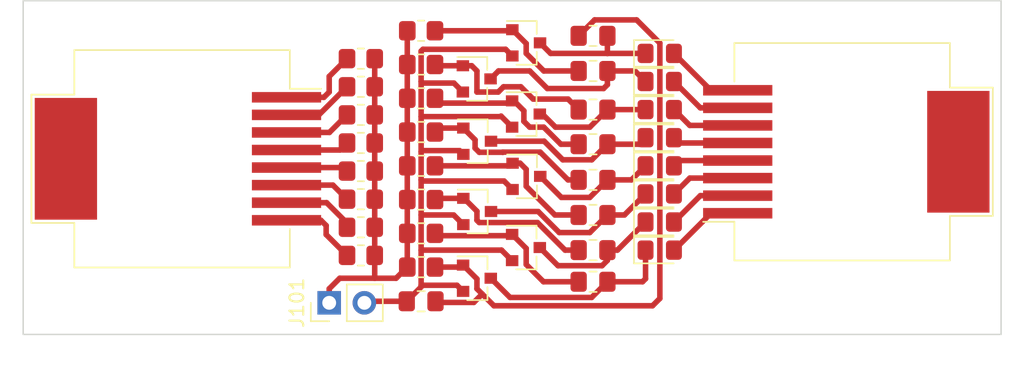
<source format=kicad_pcb>
(kicad_pcb (version 20221018) (generator pcbnew)
  (layers (0 "F.Cu" signal) (31 "B.Cu" signal) (34 "B.Paste" user) (35 "F.Paste" user) (36 "B.SilkS" user "B.Silkscreen") (37 "F.SilkS" user "F.Silkscreen") (38 "B.Mask" user) (39 "F.Mask" user) (44 "Edge.Cuts" user))
  (net 0 "")
  (net 1 "/transistor-Stufe/Stufeneingang")
  (net 2 "GND")
  (net 3 "Net-(D201-K)")
  (net 4 "/transistor-Stufe/Stufenausgang")
  (net 5 "Net-(D301-K)")
  (net 6 "/transistor-Stufe1/Stufenausgang")
  (net 7 "Net-(D401-K)")
  (net 8 "/transistor-Stufe2/Stufenausgang")
  (net 9 "Net-(D501-K)")
  (net 10 "/transistor-Stufe3/Stufenausgang")
  (net 11 "Net-(D601-K)")
  (net 12 "/transistor-Stufe4/Stufenausgang")
  (net 13 "Net-(D701-K)")
  (net 14 "/transistor-Stufe5/Stufenausgang")
  (net 15 "Net-(D801-K)")
  (net 16 "/transistor-Stufe6/Stufenausgang")
  (net 17 "Net-(D901-K)")
  (net 18 "/transistor-Stufe/Conn-2")
  (net 19 "/transistor-Stufe1/Conn-2")
  (net 20 "/transistor-Stufe2/Conn-2")
  (net 21 "/transistor-Stufe3/Conn-2")
  (net 22 "/transistor-Stufe4/Conn-2")
  (net 23 "/transistor-Stufe5/Conn-2")
  (net 24 "/transistor-Stufe6/Conn-2")
  (net 25 "/transistor-Stufe7/Conn-2")
  (net 26 "VCC")
  (net 27 "/transistor-Stufe/Conn-1")
  (net 28 "/transistor-Stufe1/Conn-1")
  (net 29 "/transistor-Stufe2/Conn-1")
  (net 30 "/transistor-Stufe3/Conn-1")
  (net 31 "/transistor-Stufe4/Conn-1")
  (net 32 "/transistor-Stufe5/Conn-1")
  (net 33 "/transistor-Stufe6/Conn-1")
  (net 34 "/transistor-Stufe7/Conn-1")
  (footprint "Capacitor_SMD:C_0805_2012Metric_Pad1.18x1.45mm_HandSolder" (layer "F.Cu") (at 161.544 66.04 180)
    (fp_text reference "C401" hide)
    (fp_text value "C")
    (pad "1" smd roundrect (at -1.0375 0 180) (size 1.175 1.45) (layers "F.Cu" "F.Paste" "F.Mask") (roundrect_rratio 0.212766) (net 7 "Net-(D401-K)"))
    (pad "2" smd roundrect (at 1.0375 0 180) (size 1.175 1.45) (layers "F.Cu" "F.Paste" "F.Mask") (roundrect_rratio 0.212766) (net 8 "/transistor-Stufe2/Stufenausgang"))
  )
  (footprint "LED_SMD:LED_0805_2012Metric_Pad1.15x1.40mm_HandSolder" (layer "F.Cu") (at 166.361 62.484)
    (fp_text reference "D501" hide)
    (fp_text value "LED")
    (pad "1" smd roundrect (at -1.025 0) (size 1.15 1.4) (layers "F.Cu" "F.Paste" "F.Mask") (roundrect_rratio 0.217391) (net 9 "Net-(D501-K)"))
    (pad "2" smd roundrect (at 1.025 0) (size 1.15 1.4) (layers "F.Cu" "F.Paste" "F.Mask") (roundrect_rratio 0.217391) (net 21 "/transistor-Stufe3/Conn-2"))
  )
  (footprint "PCM_4ms_Package_SOT:SOT-23" (layer "F.Cu") (at 153.178 65.786)
    (fp_text reference "Q401" hide)
    (fp_text value "BC846" hide)
    (pad "1" smd rect (at -1 -0.95) (size 0.9 0.8) (layers "F.Cu" "F.Paste" "F.Mask") (net 6 "/transistor-Stufe1/Stufenausgang"))
    (pad "2" smd rect (at -1 0.95) (size 0.9 0.8) (layers "F.Cu" "F.Paste" "F.Mask") (net 2 "GND"))
    (pad "3" smd rect (at 1 0) (size 0.9 0.8) (layers "F.Cu" "F.Paste" "F.Mask") (net 7 "Net-(D401-K)"))
  )
  (footprint "PCM_4ms_Package_SOT:SOT-23" (layer "F.Cu") (at 153.162 70.612)
    (fp_text reference "Q201" hide)
    (fp_text value "BC846")
    (pad "1" smd rect (at -1 -0.95) (size 0.9 0.8) (layers "F.Cu" "F.Paste" "F.Mask") (net 1 "/transistor-Stufe/Stufeneingang"))
    (pad "2" smd rect (at -1 0.95) (size 0.9 0.8) (layers "F.Cu" "F.Paste" "F.Mask") (net 2 "GND"))
    (pad "3" smd rect (at 1 0) (size 0.9 0.8) (layers "F.Cu" "F.Paste" "F.Mask") (net 3 "Net-(D201-K)"))
  )
  (footprint "Resistor_SMD:R_0805_2012Metric_Pad1.20x1.40mm_HandSolder" (layer "F.Cu") (at 144.78 64.897 180)
    (fp_text reference "R702" hide)
    (fp_text value "R")
    (pad "1" smd roundrect (at -1 0 180) (size 1.2 1.4) (layers "F.Cu" "F.Paste" "F.Mask") (roundrect_rratio 0.208333) (net 26 "VCC"))
    (pad "2" smd roundrect (at 1 0 180) (size 1.2 1.4) (layers "F.Cu" "F.Paste" "F.Mask") (roundrect_rratio 0.208333) (net 32 "/transistor-Stufe5/Conn-1"))
  )
  (footprint "PCM_4ms_Package_SOT:SOT-23" (layer "F.Cu") (at 156.734 63.246)
    (fp_text reference "Q501" hide)
    (fp_text value "BC846")
    (pad "1" smd rect (at -1 -0.95) (size 0.9 0.8) (layers "F.Cu" "F.Paste" "F.Mask") (net 8 "/transistor-Stufe2/Stufenausgang"))
    (pad "2" smd rect (at -1 0.95) (size 0.9 0.8) (layers "F.Cu" "F.Paste" "F.Mask") (net 2 "GND"))
    (pad "3" smd rect (at 1 0) (size 0.9 0.8) (layers "F.Cu" "F.Paste" "F.Mask") (net 9 "Net-(D501-K)"))
  )
  (footprint "Connector_PinHeader_2.54mm:PinHeader_1x02_P2.54mm_Vertical" (layer "F.Cu") (at 142.494 72.39 90)
    (fp_text reference "J101" (at 0 -2.33 90) (layer "F.SilkS"))
    (fp_text value "Conn_01x02_Pin")
    (pad "1" thru_hole rect (at 0 0 90) (size 1.7 1.7) (drill 1) (layers "*.Cu" "*.Mask") (net 26 "VCC"))
    (pad "2" thru_hole oval (at 0 2.54 90) (size 1.7 1.7) (drill 1) (layers "*.Cu" "*.Mask") (net 2 "GND"))
  )
  (footprint "LED_SMD:LED_0805_2012Metric_Pad1.15x1.40mm_HandSolder" (layer "F.Cu") (at 166.361 54.356)
    (fp_text reference "D901" hide)
    (fp_text value "LED")
    (pad "1" smd roundrect (at -1.025 0) (size 1.15 1.4) (layers "F.Cu" "F.Paste" "F.Mask") (roundrect_rratio 0.217391) (net 17 "Net-(D901-K)"))
    (pad "2" smd roundrect (at 1.025 0) (size 1.15 1.4) (layers "F.Cu" "F.Paste" "F.Mask") (roundrect_rratio 0.217391) (net 25 "/transistor-Stufe7/Conn-2"))
  )
  (footprint "Capacitor_SMD:C_0805_2012Metric_Pad1.18x1.45mm_HandSolder" (layer "F.Cu") (at 149.132 72.278 180)
    (fp_text reference "C101" hide)
    (fp_text value "C")
    (pad "1" smd roundrect (at -1.0375 0 180) (size 1.175 1.45) (layers "F.Cu" "F.Paste" "F.Mask") (roundrect_rratio 0.212766) (net 1 "/transistor-Stufe/Stufeneingang"))
    (pad "2" smd roundrect (at 1.0375 0 180) (size 1.175 1.45) (layers "F.Cu" "F.Paste" "F.Mask") (roundrect_rratio 0.212766) (net 2 "GND"))
  )
  (footprint "Resistor_SMD:R_0805_2012Metric_Pad1.20x1.40mm_HandSolder" (layer "F.Cu") (at 149.132 52.72)
    (fp_text reference "R901" hide)
    (fp_text value "R")
    (pad "1" smd roundrect (at -1 0) (size 1.2 1.4) (layers "F.Cu" "F.Paste" "F.Mask") (roundrect_rratio 0.208333) (net 26 "VCC"))
    (pad "2" smd roundrect (at 1 0) (size 1.2 1.4) (layers "F.Cu" "F.Paste" "F.Mask") (roundrect_rratio 0.208333) (net 16 "/transistor-Stufe6/Stufenausgang"))
  )
  (footprint "LED_SMD:LED_0805_2012Metric_Pad1.15x1.40mm_HandSolder" (layer "F.Cu") (at 166.361 64.516)
    (fp_text reference "D401" hide)
    (fp_text value "LED" hide)
    (pad "1" smd roundrect (at -1.025 0) (size 1.15 1.4) (layers "F.Cu" "F.Paste" "F.Mask") (roundrect_rratio 0.217391) (net 7 "Net-(D401-K)"))
    (pad "2" smd roundrect (at 1.025 0) (size 1.15 1.4) (layers "F.Cu" "F.Paste" "F.Mask") (roundrect_rratio 0.217391) (net 20 "/transistor-Stufe2/Conn-2"))
  )
  (footprint "Capacitor_SMD:C_0805_2012Metric_Pad1.18x1.45mm_HandSolder" (layer "F.Cu") (at 161.544 60.923713 180)
    (fp_text reference "C601" hide)
    (fp_text value "C")
    (pad "1" smd roundrect (at -1.0375 0 180) (size 1.175 1.45) (layers "F.Cu" "F.Paste" "F.Mask") (roundrect_rratio 0.212766) (net 11 "Net-(D601-K)"))
    (pad "2" smd roundrect (at 1.0375 0 180) (size 1.175 1.45) (layers "F.Cu" "F.Paste" "F.Mask") (roundrect_rratio 0.212766) (net 12 "/transistor-Stufe4/Stufenausgang"))
  )
  (footprint "Capacitor_SMD:C_0805_2012Metric_Pad1.18x1.45mm_HandSolder" (layer "F.Cu") (at 161.544 70.866 180)
    (fp_text reference "C201" hide)
    (fp_text value "C")
    (pad "1" smd roundrect (at -1.0375 0 180) (size 1.175 1.45) (layers "F.Cu" "F.Paste" "F.Mask") (roundrect_rratio 0.212766) (net 3 "Net-(D201-K)"))
    (pad "2" smd roundrect (at 1.0375 0 180) (size 1.175 1.45) (layers "F.Cu" "F.Paste" "F.Mask") (roundrect_rratio 0.212766) (net 4 "/transistor-Stufe/Stufenausgang"))
  )
  (footprint "Capacitor_SMD:C_0805_2012Metric_Pad1.18x1.45mm_HandSolder" (layer "F.Cu") (at 161.544 55.626 180)
    (fp_text reference "C801" hide)
    (fp_text value "C")
    (pad "1" smd roundrect (at -1.0375 0 180) (size 1.175 1.45) (layers "F.Cu" "F.Paste" "F.Mask") (roundrect_rratio 0.212766) (net 15 "Net-(D801-K)"))
    (pad "2" smd roundrect (at 1.0375 0 180) (size 1.175 1.45) (layers "F.Cu" "F.Paste" "F.Mask") (roundrect_rratio 0.212766) (net 16 "/transistor-Stufe6/Stufenausgang"))
  )
  (footprint "LED_SMD:LED_0805_2012Metric_Pad1.15x1.40mm_HandSolder" (layer "F.Cu") (at 166.361 68.58)
    (fp_text reference "D201" hide)
    (fp_text value "LED")
    (pad "1" smd roundrect (at -1.025 0) (size 1.15 1.4) (layers "F.Cu" "F.Paste" "F.Mask") (roundrect_rratio 0.217391) (net 3 "Net-(D201-K)"))
    (pad "2" smd roundrect (at 1.025 0) (size 1.15 1.4) (layers "F.Cu" "F.Paste" "F.Mask") (roundrect_rratio 0.217391) (net 18 "/transistor-Stufe/Conn-2"))
  )
  (footprint "Resistor_SMD:R_0805_2012Metric_Pad1.20x1.40mm_HandSolder" (layer "F.Cu") (at 149.132 60.043)
    (fp_text reference "R601" hide)
    (fp_text value "R")
    (pad "1" smd roundrect (at -1 0) (size 1.2 1.4) (layers "F.Cu" "F.Paste" "F.Mask") (roundrect_rratio 0.208333) (net 26 "VCC"))
    (pad "2" smd roundrect (at 1 0) (size 1.2 1.4) (layers "F.Cu" "F.Paste" "F.Mask") (roundrect_rratio 0.208333) (net 10 "/transistor-Stufe3/Stufenausgang"))
  )
  (footprint "Resistor_SMD:R_0805_2012Metric_Pad1.20x1.40mm_HandSolder" (layer "F.Cu") (at 144.78 60.833 180)
    (fp_text reference "R502" hide)
    (fp_text value "R")
    (pad "1" smd roundrect (at -1 0 180) (size 1.2 1.4) (layers "F.Cu" "F.Paste" "F.Mask") (roundrect_rratio 0.208333) (net 26 "VCC"))
    (pad "2" smd roundrect (at 1 0 180) (size 1.2 1.4) (layers "F.Cu" "F.Paste" "F.Mask") (roundrect_rratio 0.208333) (net 30 "/transistor-Stufe3/Conn-1"))
  )
  (footprint "Connector_RJ:RJ45_Molex_0855135013_Vertical" (layer "F.Cu") (at 131.572 61.976 -90)
    (fp_text reference "J102" hide)
    (fp_text value "RJ45")
    (pad "1" smd rect (at -4.445 -7.84 90) (size 0.76 5) (layers "F.Cu" "F.Paste" "F.Mask") (net 27 "/transistor-Stufe/Conn-1"))
    (pad "2" smd rect (at -3.175 -7.84 90) (size 0.76 5) (layers "F.Cu" "F.Paste" "F.Mask") (net 28 "/transistor-Stufe1/Conn-1"))
    (pad "3" smd rect (at -1.905 -7.84 90) (size 0.76 5) (layers "F.Cu" "F.Paste" "F.Mask") (net 29 "/transistor-Stufe2/Conn-1"))
    (pad "4" smd rect (at -0.635 -7.84 90) (size 0.76 5) (layers "F.Cu" "F.Paste" "F.Mask") (net 30 "/transistor-Stufe3/Conn-1"))
    (pad "5" smd rect (at 0.635 -7.84 90) (size 0.76 5) (layers "F.Cu" "F.Paste" "F.Mask") (net 31 "/transistor-Stufe4/Conn-1"))
    (pad "6" smd rect (at 1.905 -7.84 90) (size 0.76 5) (layers "F.Cu" "F.Paste" "F.Mask") (net 32 "/transistor-Stufe5/Conn-1"))
    (pad "7" smd rect (at 3.175 -7.84 90) (size 0.76 5) (layers "F.Cu" "F.Paste" "F.Mask") (net 33 "/transistor-Stufe6/Conn-1"))
    (pad "8" smd rect (at 4.445 -7.84 90) (size 0.76 5) (layers "F.Cu" "F.Paste" "F.Mask") (net 34 "/transistor-Stufe7/Conn-1"))
    (pad "L" smd rect (at 0 8.09 90) (size 8.8 4.5) (layers "F.Cu" "F.Paste" "F.Mask"))
  )
  (footprint "Capacitor_SMD:C_0805_2012Metric_Pad1.18x1.45mm_HandSolder" (layer "F.Cu") (at 161.544 53.086 180)
    (fp_text reference "C901" hide)
    (fp_text value "C")
    (pad "1" smd roundrect (at -1.0375 0 180) (size 1.175 1.45) (layers "F.Cu" "F.Paste" "F.Mask") (roundrect_rratio 0.212766) (net 17 "Net-(D901-K)"))
    (pad "2" smd roundrect (at 1.0375 0 180) (size 1.175 1.45) (layers "F.Cu" "F.Paste" "F.Mask") (roundrect_rratio 0.212766) (net 1 "/transistor-Stufe/Stufeneingang"))
  )
  (footprint "LED_SMD:LED_0805_2012Metric_Pad1.15x1.40mm_HandSolder" (layer "F.Cu") (at 166.361 60.452)
    (fp_text reference "D601" hide)
    (fp_text value "LED")
    (pad "1" smd roundrect (at -1.025 0) (size 1.15 1.4) (layers "F.Cu" "F.Paste" "F.Mask") (roundrect_rratio 0.217391) (net 11 "Net-(D601-K)"))
    (pad "2" smd roundrect (at 1.025 0) (size 1.15 1.4) (layers "F.Cu" "F.Paste" "F.Mask") (roundrect_rratio 0.217391) (net 22 "/transistor-Stufe4/Conn-2"))
  )
  (footprint "Resistor_SMD:R_0805_2012Metric_Pad1.20x1.40mm_HandSolder" (layer "F.Cu") (at 149.132 62.484)
    (fp_text reference "R501" hide)
    (fp_text value "R")
    (pad "1" smd roundrect (at -1 0) (size 1.2 1.4) (layers "F.Cu" "F.Paste" "F.Mask") (roundrect_rratio 0.208333) (net 26 "VCC"))
    (pad "2" smd roundrect (at 1 0) (size 1.2 1.4) (layers "F.Cu" "F.Paste" "F.Mask") (roundrect_rratio 0.208333) (net 8 "/transistor-Stufe2/Stufenausgang"))
  )
  (footprint "PCM_4ms_Package_SOT:SOT-23" (layer "F.Cu") (at 156.718 53.594)
    (fp_text reference "Q901" hide)
    (fp_text value "BC846" hide)
    (pad "1" smd rect (at -1 -0.95) (size 0.9 0.8) (layers "F.Cu" "F.Paste" "F.Mask") (net 16 "/transistor-Stufe6/Stufenausgang"))
    (pad "2" smd rect (at -1 0.95) (size 0.9 0.8) (layers "F.Cu" "F.Paste" "F.Mask") (net 2 "GND"))
    (pad "3" smd rect (at 1 0) (size 0.9 0.8) (layers "F.Cu" "F.Paste" "F.Mask") (net 17 "Net-(D901-K)"))
  )
  (footprint "Resistor_SMD:R_0805_2012Metric_Pad1.20x1.40mm_HandSolder" (layer "F.Cu") (at 144.78 54.737 180)
    (fp_text reference "R202" hide)
    (fp_text value "R")
    (pad "1" smd roundrect (at -1 0 180) (size 1.2 1.4) (layers "F.Cu" "F.Paste" "F.Mask") (roundrect_rratio 0.208333) (net 26 "VCC"))
    (pad "2" smd roundrect (at 1 0 180) (size 1.2 1.4) (layers "F.Cu" "F.Paste" "F.Mask") (roundrect_rratio 0.208333) (net 27 "/transistor-Stufe/Conn-1"))
  )
  (footprint "Connector_RJ:RJ45_Molex_0855135013_Vertical" (layer "F.Cu") (at 179.832 61.468 90)
    (fp_text reference "J103" hide)
    (fp_text value "RJ45")
    (pad "1" smd rect (at -4.445 -7.84 270) (size 0.76 5) (layers "F.Cu" "F.Paste" "F.Mask") (net 18 "/transistor-Stufe/Conn-2"))
    (pad "2" smd rect (at -3.175 -7.84 270) (size 0.76 5) (layers "F.Cu" "F.Paste" "F.Mask") (net 19 "/transistor-Stufe1/Conn-2"))
    (pad "3" smd rect (at -1.905 -7.84 270) (size 0.76 5) (layers "F.Cu" "F.Paste" "F.Mask") (net 20 "/transistor-Stufe2/Conn-2"))
    (pad "4" smd rect (at -0.635 -7.84 270) (size 0.76 5) (layers "F.Cu" "F.Paste" "F.Mask") (net 21 "/transistor-Stufe3/Conn-2"))
    (pad "5" smd rect (at 0.635 -7.84 270) (size 0.76 5) (layers "F.Cu" "F.Paste" "F.Mask") (net 22 "/transistor-Stufe4/Conn-2"))
    (pad "6" smd rect (at 1.905 -7.84 270) (size 0.76 5) (layers "F.Cu" "F.Paste" "F.Mask") (net 23 "/transistor-Stufe5/Conn-2"))
    (pad "7" smd rect (at 3.175 -7.84 270) (size 0.76 5) (layers "F.Cu" "F.Paste" "F.Mask") (net 24 "/transistor-Stufe6/Conn-2"))
    (pad "8" smd rect (at 4.445 -7.84 270) (size 0.76 5) (layers "F.Cu" "F.Paste" "F.Mask") (net 25 "/transistor-Stufe7/Conn-2"))
    (pad "L" smd rect (at 0 8.09 270) (size 8.8 4.5) (layers "F.Cu" "F.Paste" "F.Mask"))
  )
  (footprint "Resistor_SMD:R_0805_2012Metric_Pad1.20x1.40mm_HandSolder" (layer "F.Cu") (at 149.132 64.925)
    (fp_text reference "R401" hide)
    (fp_text value "R")
    (pad "1" smd roundrect (at -1 0) (size 1.2 1.4) (layers "F.Cu" "F.Paste" "F.Mask") (roundrect_rratio 0.208333) (net 26 "VCC"))
    (pad "2" smd roundrect (at 1 0) (size 1.2 1.4) (layers "F.Cu" "F.Paste" "F.Mask") (roundrect_rratio 0.208333) (net 6 "/transistor-Stufe1/Stufenausgang"))
  )
  (footprint "Capacitor_SMD:C_0805_2012Metric_Pad1.18x1.45mm_HandSolder" (layer "F.Cu") (at 161.543995 63.5 180)
    (fp_text reference "C501" hide)
    (fp_text value "C")
    (pad "1" smd roundrect (at -1.0375 0 180) (size 1.175 1.45) (layers "F.Cu" "F.Paste" "F.Mask") (roundrect_rratio 0.212766) (net 9 "Net-(D501-K)"))
    (pad "2" smd roundrect (at 1.0375 0 180) (size 1.175 1.45) (layers "F.Cu" "F.Paste" "F.Mask") (roundrect_rratio 0.212766) (net 10 "/transistor-Stufe3/Stufenausgang"))
  )
  (footprint "Resistor_SMD:R_0805_2012Metric_Pad1.20x1.40mm_HandSolder" (layer "F.Cu") (at 144.78 68.961 180)
    (fp_text reference "R902" hide)
    (fp_text value "R")
    (pad "1" smd roundrect (at -1 0 180) (size 1.2 1.4) (layers "F.Cu" "F.Paste" "F.Mask") (roundrect_rratio 0.208333) (net 26 "VCC"))
    (pad "2" smd roundrect (at 1 0 180) (size 1.2 1.4) (layers "F.Cu" "F.Paste" "F.Mask") (roundrect_rratio 0.208333) (net 34 "/transistor-Stufe7/Conn-1"))
  )
  (footprint "Resistor_SMD:R_0805_2012Metric_Pad1.20x1.40mm_HandSolder" (layer "F.Cu") (at 149.132 57.602)
    (fp_text reference "R701" hide)
    (fp_text value "R")
    (pad "1" smd roundrect (at -1 0) (size 1.2 1.4) (layers "F.Cu" "F.Paste" "F.Mask") (roundrect_rratio 0.208333) (net 26 "VCC"))
    (pad "2" smd roundrect (at 1 0) (size 1.2 1.4) (layers "F.Cu" "F.Paste" "F.Mask") (roundrect_rratio 0.208333) (net 12 "/transistor-Stufe4/Stufenausgang"))
  )
  (footprint "Resistor_SMD:R_0805_2012Metric_Pad1.20x1.40mm_HandSolder" (layer "F.Cu") (at 149.132 55.161)
    (fp_text reference "R801" hide)
    (fp_text value "R")
    (pad "1" smd roundrect (at -1 0) (size 1.2 1.4) (layers "F.Cu" "F.Paste" "F.Mask") (roundrect_rratio 0.208333) (net 26 "VCC"))
    (pad "2" smd roundrect (at 1 0) (size 1.2 1.4) (layers "F.Cu" "F.Paste" "F.Mask") (roundrect_rratio 0.208333) (net 14 "/transistor-Stufe5/Stufenausgang"))
  )
  (footprint "Resistor_SMD:R_0805_2012Metric_Pad1.20x1.40mm_HandSolder" (layer "F.Cu") (at 144.78 56.769 180)
    (fp_text reference "R302" hide)
    (fp_text value "R")
    (pad "1" smd roundrect (at -1 0 180) (size 1.2 1.4) (layers "F.Cu" "F.Paste" "F.Mask") (roundrect_rratio 0.208333) (net 26 "VCC"))
    (pad "2" smd roundrect (at 1 0 180) (size 1.2 1.4) (layers "F.Cu" "F.Paste" "F.Mask") (roundrect_rratio 0.208333) (net 28 "/transistor-Stufe1/Conn-1"))
  )
  (footprint "Capacitor_SMD:C_0805_2012Metric_Pad1.18x1.45mm_HandSolder" (layer "F.Cu") (at 161.544 68.58 180)
    (fp_text reference "C301" hide)
    (fp_text value "C")
    (pad "1" smd roundrect (at -1.0375 0 180) (size 1.175 1.45) (layers "F.Cu" "F.Paste" "F.Mask") (roundrect_rratio 0.212766) (net 5 "Net-(D301-K)"))
    (pad "2" smd roundrect (at 1.0375 0 180) (size 1.175 1.45) (layers "F.Cu" "F.Paste" "F.Mask") (roundrect_rratio 0.212766) (net 6 "/transistor-Stufe1/Stufenausgang"))
  )
  (footprint "Resistor_SMD:R_0805_2012Metric_Pad1.20x1.40mm_HandSolder" (layer "F.Cu") (at 144.78 62.865 180)
    (fp_text reference "R602" hide)
    (fp_text value "R")
    (pad "1" smd roundrect (at -1 0 180) (size 1.2 1.4) (layers "F.Cu" "F.Paste" "F.Mask") (roundrect_rratio 0.208333) (net 26 "VCC"))
    (pad "2" smd roundrect (at 1 0 180) (size 1.2 1.4) (layers "F.Cu" "F.Paste" "F.Mask") (roundrect_rratio 0.208333) (net 31 "/transistor-Stufe4/Conn-1"))
  )
  (footprint "LED_SMD:LED_0805_2012Metric_Pad1.15x1.40mm_HandSolder" (layer "F.Cu") (at 166.361 66.548)
    (fp_text reference "D301" hide)
    (fp_text value "LED")
    (pad "1" smd roundrect (at -1.025 0) (size 1.15 1.4) (layers "F.Cu" "F.Paste" "F.Mask") (roundrect_rratio 0.217391) (net 5 "Net-(D301-K)"))
    (pad "2" smd roundrect (at 1.025 0) (size 1.15 1.4) (layers "F.Cu" "F.Paste" "F.Mask") (roundrect_rratio 0.217391) (net 19 "/transistor-Stufe1/Conn-2"))
  )
  (footprint "Resistor_SMD:R_0805_2012Metric_Pad1.20x1.40mm_HandSolder" (layer "F.Cu") (at 144.78 58.801 180)
    (fp_text reference "R402" hide)
    (fp_text value "R")
    (pad "1" smd roundrect (at -1 0 180) (size 1.2 1.4) (layers "F.Cu" "F.Paste" "F.Mask") (roundrect_rratio 0.208333) (net 26 "VCC"))
    (pad "2" smd roundrect (at 1 0 180) (size 1.2 1.4) (layers "F.Cu" "F.Paste" "F.Mask") (roundrect_rratio 0.208333) (net 29 "/transistor-Stufe2/Conn-1"))
  )
  (footprint "Resistor_SMD:R_0805_2012Metric_Pad1.20x1.40mm_HandSolder" (layer "F.Cu") (at 149.132 67.366)
    (fp_text reference "R301" hide)
    (fp_text value "R")
    (pad "1" smd roundrect (at -1 0) (size 1.2 1.4) (layers "F.Cu" "F.Paste" "F.Mask") (roundrect_rratio 0.208333) (net 26 "VCC"))
    (pad "2" smd roundrect (at 1 0) (size 1.2 1.4) (layers "F.Cu" "F.Paste" "F.Mask") (roundrect_rratio 0.208333) (net 4 "/transistor-Stufe/Stufenausgang"))
  )
  (footprint "PCM_4ms_Package_SOT:SOT-23" (layer "F.Cu") (at 156.702 58.74)
    (fp_text reference "Q701" hide)
    (fp_text value "BC846")
    (pad "1" smd rect (at -1 -0.95) (size 0.9 0.8) (layers "F.Cu" "F.Paste" "F.Mask") (net 12 "/transistor-Stufe4/Stufenausgang"))
    (pad "2" smd rect (at -1 0.95) (size 0.9 0.8) (layers "F.Cu" "F.Paste" "F.Mask") (net 2 "GND"))
    (pad "3" smd rect (at 1 0) (size 0.9 0.8) (layers "F.Cu" "F.Paste" "F.Mask") (net 13 "Net-(D701-K)"))
  )
  (footprint "Capacitor_SMD:C_0805_2012Metric_Pad1.18x1.45mm_HandSolder" (layer "F.Cu") (at 161.543995 58.42 180)
    (fp_text reference "C701" hide)
    (fp_text value "C")
    (pad "1" smd roundrect (at -1.0375 0 180) (size 1.175 1.45) (layers "F.Cu" "F.Paste" "F.Mask") (roundrect_rratio 0.212766) (net 13 "Net-(D701-K)"))
    (pad "2" smd roundrect (at 1.0375 0 180) (size 1.175 1.45) (layers "F.Cu" "F.Paste" "F.Mask") (roundrect_rratio 0.212766) (net 14 "/transistor-Stufe5/Stufenausgang"))
  )
  (footprint "PCM_4ms_Package_SOT:SOT-23" (layer "F.Cu") (at 153.146 56.2)
    (fp_text reference "Q801" hide)
    (fp_text value "BC846")
    (pad "1" smd rect (at -1 -0.95) (size 0.9 0.8) (layers "F.Cu" "F.Paste" "F.Mask") (net 14 "/transistor-Stufe5/Stufenausgang"))
    (pad "2" smd rect (at -1 0.95) (size 0.9 0.8) (layers "F.Cu" "F.Paste" "F.Mask") (net 2 "GND"))
    (pad "3" smd rect (at 1 0) (size 0.9 0.8) (layers "F.Cu" "F.Paste" "F.Mask") (net 15 "Net-(D801-K)"))
  )
  (footprint "Resistor_SMD:R_0805_2012Metric_Pad1.20x1.40mm_HandSolder" (layer "F.Cu") (at 149.132 69.807)
    (fp_text reference "R201" hide)
    (fp_text value "R")
    (pad "1" smd roundrect (at -1 0) (size 1.2 1.4) (layers "F.Cu" "F.Paste" "F.Mask") (roundrect_rratio 0.208333) (net 26 "VCC"))
    (pad "2" smd roundrect (at 1 0) (size 1.2 1.4) (layers "F.Cu" "F.Paste" "F.Mask") (roundrect_rratio 0.208333) (net 1 "/transistor-Stufe/Stufeneingang"))
  )
  (footprint "LED_SMD:LED_0805_2012Metric_Pad1.15x1.40mm_HandSolder" (layer "F.Cu") (at 166.361 58.42)
    (fp_text reference "D701" hide)
    (fp_text value "LED")
    (pad "1" smd roundrect (at -1.025 0) (size 1.15 1.4) (layers "F.Cu" "F.Paste" "F.Mask") (roundrect_rratio 0.217391) (net 13 "Net-(D701-K)"))
    (pad "2" smd roundrect (at 1.025 0) (size 1.15 1.4) (layers "F.Cu" "F.Paste" "F.Mask") (roundrect_rratio 0.217391) (net 23 "/transistor-Stufe5/Conn-2"))
  )
  (footprint "LED_SMD:LED_0805_2012Metric_Pad1.15x1.40mm_HandSolder" (layer "F.Cu") (at 166.361 56.388)
    (fp_text reference "D801" hide)
    (fp_text value "LED")
    (pad "1" smd roundrect (at -1.025 0) (size 1.15 1.4) (layers "F.Cu" "F.Paste" "F.Mask") (roundrect_rratio 0.217391) (net 15 "Net-(D801-K)"))
    (pad "2" smd roundrect (at 1.025 0) (size 1.15 1.4) (layers "F.Cu" "F.Paste" "F.Mask") (roundrect_rratio 0.217391) (net 24 "/transistor-Stufe6/Conn-2"))
  )
  (footprint "PCM_4ms_Package_SOT:SOT-23" (layer "F.Cu") (at 156.702 68.392)
    (fp_text reference "Q301" hide)
    (fp_text value "BC846")
    (pad "1" smd rect (at -1 -0.95) (size 0.9 0.8) (layers "F.Cu" "F.Paste" "F.Mask") (net 4 "/transistor-Stufe/Stufenausgang"))
    (pad "2" smd rect (at -1 0.95) (size 0.9 0.8) (layers "F.Cu" "F.Paste" "F.Mask") (net 2 "GND"))
    (pad "3" smd rect (at 1 0) (size 0.9 0.8) (layers "F.Cu" "F.Paste" "F.Mask") (net 5 "Net-(D301-K)"))
  )
  (footprint "PCM_4ms_Package_SOT:SOT-23" (layer "F.Cu") (at 153.178 60.706)
    (fp_text reference "Q601" hide)
    (fp_text value "BC846" hide)
    (pad "1" smd rect (at -1 -0.95) (size 0.9 0.8) (layers "F.Cu" "F.Paste" "F.Mask") (net 10 "/transistor-Stufe3/Stufenausgang"))
    (pad "2" smd rect (at -1 0.95) (size 0.9 0.8) (layers "F.Cu" "F.Paste" "F.Mask") (net 2 "GND"))
    (pad "3" smd rect (at 1 0) (size 0.9 0.8) (layers "F.Cu" "F.Paste" "F.Mask") (net 11 "Net-(D601-K)"))
  )
  (footprint "Resistor_SMD:R_0805_2012Metric_Pad1.20x1.40mm_HandSolder" (layer "F.Cu") (at 144.78 66.929 180)
    (fp_text reference "R802" hide)
    (fp_text value "R")
    (pad "1" smd roundrect (at -1 0 180) (size 1.2 1.4) (layers "F.Cu" "F.Paste" "F.Mask") (roundrect_rratio 0.208333) (net 26 "VCC"))
    (pad "2" smd roundrect (at 1 0 180) (size 1.2 1.4) (layers "F.Cu" "F.Paste" "F.Mask") (roundrect_rratio 0.208333) (net 33 "/transistor-Stufe6/Conn-1"))
  )
  (gr_rect (start 120.396 50.546) (end 191.008 74.676) (stroke (width 0.1)) (fill none) (layer "Edge.Cuts"))
  (segment (start 151.974 69.85) (end 152.162 69.662) (width 0.4) (layer "F.Cu") (net 1))
  (segment (start 166.37 53.611839) (end 166.37 72.074208) (width 0.4) (layer "F.Cu") (net 1))
  (segment (start 150.1695 72.278) (end 150.2535 72.362) (width 0.4) (layer "F.Cu") (net 1))
  (segment (start 164.694182 51.936021) (end 166.37 53.611839) (width 0.4) (layer "F.Cu") (net 1))
  (segment (start 154.390021 72.602021) (end 153.543 71.755) (width 0.4) (layer "F.Cu") (net 1))
  (segment (start 150.2535 72.362) (end 152.936 72.362) (width 0.4) (layer "F.Cu") (net 1))
  (segment (start 166.37 72.074208) (end 165.842187 72.602021) (width 0.4) (layer "F.Cu") (net 1))
  (segment (start 153.543 71.755) (end 153.162 71.374) (width 0.4) (layer "F.Cu") (net 1))
  (segment (start 161.656479 51.936021) (end 164.694182 51.936021) (width 0.4) (layer "F.Cu") (net 1))
  (segment (start 152.017 69.807) (end 152.162 69.662) (width 0.4) (layer "F.Cu") (net 1))
  (segment (start 152.936 72.362) (end 153.543 71.755) (width 0.4) (layer "F.Cu") (net 1))
  (segment (start 153.162 71.374) (end 153.162 70.662) (width 0.4) (layer "F.Cu") (net 1))
  (segment (start 153.162 70.662) (end 152.162 69.662) (width 0.4) (layer "F.Cu") (net 1))
  (segment (start 160.5065 53.086) (end 161.656479 51.936021) (width 0.4) (layer "F.Cu") (net 1))
  (segment (start 150.132 69.807) (end 152.017 69.807) (width 0.4) (layer "F.Cu") (net 1))
  (segment (start 165.842187 72.602021) (end 154.390021 72.602021) (width 0.4) (layer "F.Cu") (net 1))
  (segment (start 148.0945 72.278) (end 149.132 71.2405) (width 0.4) (layer "F.Cu") (net 2))
  (segment (start 152.178 66.736) (end 151.482 66.04) (width 0.4) (layer "F.Cu") (net 2))
  (segment (start 145.034 72.39) (end 145.146 72.278) (width 0.4) (layer "F.Cu") (net 2))
  (segment (start 151.498 56.502) (end 149.246 56.502) (width 0.4) (layer "F.Cu") (net 2))
  (segment (start 145.146 72.278) (end 148.0945 72.278) (width 0.4) (layer "F.Cu") (net 2))
  (segment (start 152.162 71.562) (end 151.72 71.12) (width 0.4) (layer "F.Cu") (net 2))
  (segment (start 149.264834 54.061) (end 155.235 54.061) (width 0.4) (layer "F.Cu") (net 2))
  (segment (start 151.482 66.04) (end 149.132 66.04) (width 0.4) (layer "F.Cu") (net 2))
  (segment (start 151.72 71.12) (end 149.132 71.12) (width 0.4) (layer "F.Cu") (net 2))
  (segment (start 149.132 61.468) (end 149.132 58.928) (width 0.4) (layer "F.Cu") (net 2))
  (segment (start 155.702 69.342) (end 154.94 68.58) (width 0.4) (layer "F.Cu") (net 2))
  (segment (start 149.132 66.04) (end 149.132 63.5) (width 0.4) (layer "F.Cu") (net 2))
  (segment (start 154.902 58.89) (end 154.864 58.928) (width 0.4) (layer "F.Cu") (net 2))
  (segment (start 149.132 63.5) (end 149.132 61.468) (width 0.4) (layer "F.Cu") (net 2))
  (segment (start 149.246 56.502) (end 149.132 56.388) (width 0.4) (layer "F.Cu") (net 2))
  (segment (start 149.132 71.2405) (end 149.132 71.12) (width 0.4) (layer "F.Cu") (net 2))
  (segment (start 155.235 54.061) (end 155.718 54.544) (width 0.4) (layer "F.Cu") (net 2))
  (segment (start 149.216 61.384) (end 149.132 61.468) (width 0.4) (layer "F.Cu") (net 2))
  (segment (start 151.906 61.384) (end 149.216 61.384) (width 0.4) (layer "F.Cu") (net 2))
  (segment (start 149.132 54.193834) (end 149.264834 54.061) (width 0.4) (layer "F.Cu") (net 2))
  (segment (start 149.132 58.928) (end 149.132 56.388) (width 0.4) (layer "F.Cu") (net 2))
  (segment (start 149.132 71.12) (end 149.132 68.58) (width 0.4) (layer "F.Cu") (net 2))
  (segment (start 154.864 58.928) (end 149.132 58.928) (width 0.4) (layer "F.Cu") (net 2))
  (segment (start 149.132 56.388) (end 149.132 54.193834) (width 0.4) (layer "F.Cu") (net 2))
  (segment (start 155.734 64.196) (end 155.122 63.584) (width 0.4) (layer "F.Cu") (net 2))
  (segment (start 152.146 57.15) (end 151.498 56.502) (width 0.4) (layer "F.Cu") (net 2))
  (segment (start 154.94 68.58) (end 149.132 68.58) (width 0.4) (layer "F.Cu") (net 2))
  (segment (start 155.702 59.69) (end 154.902 58.89) (width 0.4) (layer "F.Cu") (net 2))
  (segment (start 149.132 68.58) (end 149.132 66.04) (width 0.4) (layer "F.Cu") (net 2))
  (segment (start 149.216 63.584) (end 149.132 63.5) (width 0.4) (layer "F.Cu") (net 2))
  (segment (start 155.122 63.584) (end 149.216 63.584) (width 0.4) (layer "F.Cu") (net 2))
  (segment (start 152.178 61.656) (end 151.906 61.384) (width 0.4) (layer "F.Cu") (net 2))
  (segment (start 162.5815 70.866) (end 165.121495 70.866) (width 0.4) (layer "F.Cu") (net 3))
  (segment (start 165.121495 70.866) (end 165.336 70.651495) (width 0.4) (layer "F.Cu") (net 3))
  (segment (start 155.552021 72.002021) (end 161.445479 72.002021) (width 0.4) (layer "F.Cu") (net 3))
  (segment (start 165.336 70.651495) (end 165.336 68.58) (width 0.4) (layer "F.Cu") (net 3))
  (segment (start 154.162 70.612) (end 155.552021 72.002021) (width 0.4) (layer "F.Cu") (net 3))
  (segment (start 161.445479 72.002021) (end 162.5815 70.866) (width 0.4) (layer "F.Cu") (net 3))
  (segment (start 155.702 67.442) (end 155.608 67.536) (width 0.4) (layer "F.Cu") (net 4))
  (segment (start 156.718 69.617505) (end 156.718 68.458) (width 0.4) (layer "F.Cu") (net 4))
  (segment (start 150.302 67.536) (end 150.132 67.366) (width 0.4) (layer "F.Cu") (net 4))
  (segment (start 156.718 68.458) (end 155.702 67.442) (width 0.4) (layer "F.Cu") (net 4))
  (segment (start 160.5065 70.866) (end 157.966495 70.866) (width 0.4) (layer "F.Cu") (net 4))
  (segment (start 157.966495 70.866) (end 156.718 69.617505) (width 0.4) (layer "F.Cu") (net 4))
  (segment (start 155.608 67.536) (end 150.302 67.536) (width 0.4) (layer "F.Cu") (net 4))
  (segment (start 159.015 69.705) (end 157.702 68.392) (width 0.4) (layer "F.Cu") (net 5))
  (segment (start 162.197 69.705) (end 159.015 69.705) (width 0.4) (layer "F.Cu") (net 5))
  (segment (start 162.5815 68.58) (end 163.304 68.58) (width 0.4) (layer "F.Cu") (net 5))
  (segment (start 162.5815 68.58) (end 162.5815 69.3205) (width 0.4) (layer "F.Cu") (net 5))
  (segment (start 163.304 68.58) (end 165.336 66.548) (width 0.4) (layer "F.Cu") (net 5))
  (segment (start 162.5815 69.3205) (end 162.197 69.705) (width 0.4) (layer "F.Cu") (net 5))
  (segment (start 153.162 66.42) (end 153.162 65.77) (width 0.4) (layer "F.Cu") (net 6))
  (segment (start 153.162 65.77) (end 152.228 64.836) (width 0.4) (layer "F.Cu") (net 6))
  (segment (start 160.5065 68.58) (end 159.526069 68.58) (width 0.4) (layer "F.Cu") (net 6))
  (segment (start 150.221 64.836) (end 150.132 64.925) (width 0.4) (layer "F.Cu") (net 6))
  (segment (start 159.526069 68.58) (end 157.532069 66.586) (width 0.4) (layer "F.Cu") (net 6))
  (segment (start 152.178 64.836) (end 150.221 64.836) (width 0.4) (layer "F.Cu") (net 6))
  (segment (start 157.532069 66.586) (end 153.328 66.586) (width 0.4) (layer "F.Cu") (net 6))
  (segment (start 152.228 64.836) (end 152.178 64.836) (width 0.4) (layer "F.Cu") (net 6))
  (segment (start 153.328 66.586) (end 153.162 66.42) (width 0.4) (layer "F.Cu") (net 6))
  (segment (start 161.3115 67.31) (end 159.104597 67.31) (width 0.4) (layer "F.Cu") (net 7))
  (segment (start 157.580597 65.786) (end 154.178 65.786) (width 0.4) (layer "F.Cu") (net 7))
  (segment (start 162.5815 66.04) (end 161.3115 67.31) (width 0.4) (layer "F.Cu") (net 7))
  (segment (start 159.104597 67.31) (end 157.580597 65.786) (width 0.4) (layer "F.Cu") (net 7))
  (segment (start 163.812 66.04) (end 165.336 64.516) (width 0.4) (layer "F.Cu") (net 7))
  (segment (start 162.5815 66.04) (end 163.812 66.04) (width 0.4) (layer "F.Cu") (net 7))
  (segment (start 156.718 62.738) (end 156.276 62.296) (width 0.4) (layer "F.Cu") (net 8))
  (segment (start 156.718 63.96386) (end 156.718 62.738) (width 0.4) (layer "F.Cu") (net 8))
  (segment (start 156.276 62.296) (end 155.734 62.296) (width 0.4) (layer "F.Cu") (net 8))
  (segment (start 155.546 62.484) (end 150.132 62.484) (width 0.4) (layer "F.Cu") (net 8))
  (segment (start 155.734 62.296) (end 155.546 62.484) (width 0.4) (layer "F.Cu") (net 8))
  (segment (start 158.79414 66.04) (end 156.718 63.96386) (width 0.4) (layer "F.Cu") (net 8))
  (segment (start 160.5065 66.04) (end 158.79414 66.04) (width 0.4) (layer "F.Cu") (net 8))
  (segment (start 159.258 64.77) (end 157.734 63.246) (width 0.4) (layer "F.Cu") (net 9))
  (segment (start 162.581495 63.5) (end 161.311495 64.77) (width 0.4) (layer "F.Cu") (net 9))
  (segment (start 162.581495 63.5) (end 164.32 63.5) (width 0.4) (layer "F.Cu") (net 9))
  (segment (start 161.311495 64.77) (end 159.258 64.77) (width 0.4) (layer "F.Cu") (net 9))
  (segment (start 164.32 63.5) (end 165.336 62.484) (width 0.4) (layer "F.Cu") (net 9))
  (segment (start 160.506495 63.5) (end 159.737105 63.5) (width 0.4) (layer "F.Cu") (net 10))
  (segment (start 155.028 61.506) (end 153.328 61.506) (width 0.4) (layer "F.Cu") (net 10))
  (segment (start 153.328 61.506) (end 153.028 61.206) (width 0.4) (layer "F.Cu") (net 10))
  (segment (start 155.038 61.496) (end 155.028 61.506) (width 0.4) (layer "F.Cu") (net 10))
  (segment (start 150.419 59.756) (end 150.132 60.043) (width 0.4) (layer "F.Cu") (net 10))
  (segment (start 153.028 60.606) (end 152.178 59.756) (width 0.4) (layer "F.Cu") (net 10))
  (segment (start 153.028 61.206) (end 153.028 60.606) (width 0.4) (layer "F.Cu") (net 10))
  (segment (start 159.737105 63.5) (end 157.733105 61.496) (width 0.4) (layer "F.Cu") (net 10))
  (segment (start 157.733105 61.496) (end 155.038 61.496) (width 0.4) (layer "F.Cu") (net 10))
  (segment (start 152.178 59.756) (end 150.419 59.756) (width 0.4) (layer "F.Cu") (net 10))
  (segment (start 161.4565 62.048713) (end 159.359452 62.048713) (width 0.4) (layer "F.Cu") (net 11))
  (segment (start 164.864287 60.923713) (end 165.336 60.452) (width 0.4) (layer "F.Cu") (net 11))
  (segment (start 158.016739 60.706) (end 154.178 60.706) (width 0.4) (layer "F.Cu") (net 11))
  (segment (start 162.5815 60.923713) (end 161.4565 62.048713) (width 0.4) (layer "F.Cu") (net 11))
  (segment (start 159.359452 62.048713) (end 158.016739 60.706) (width 0.4) (layer "F.Cu") (net 11))
  (segment (start 162.5815 60.923713) (end 164.864287 60.923713) (width 0.4) (layer "F.Cu") (net 11))
  (segment (start 155.834 57.79) (end 155.702 57.79) (width 0.4) (layer "F.Cu") (net 12))
  (segment (start 155.702 57.79) (end 155.542 57.95) (width 0.4) (layer "F.Cu") (net 12))
  (segment (start 156.552 59.27) (end 156.552 58.508) (width 0.4) (layer "F.Cu") (net 12))
  (segment (start 160.5065 60.923713) (end 159.221713 60.923713) (width 0.4) (layer "F.Cu") (net 12))
  (segment (start 157.988 59.69) (end 156.972 59.69) (width 0.4) (layer "F.Cu") (net 12))
  (segment (start 150.48 57.95) (end 150.132 57.602) (width 0.4) (layer "F.Cu") (net 12))
  (segment (start 159.221713 60.923713) (end 157.988 59.69) (width 0.4) (layer "F.Cu") (net 12))
  (segment (start 155.542 57.95) (end 150.48 57.95) (width 0.4) (layer "F.Cu") (net 12))
  (segment (start 156.972 59.69) (end 156.552 59.27) (width 0.4) (layer "F.Cu") (net 12))
  (segment (start 156.552 58.508) (end 155.834 57.79) (width 0.4) (layer "F.Cu") (net 12))
  (segment (start 158.836528 59.69) (end 157.886528 58.74) (width 0.4) (layer "F.Cu") (net 13))
  (segment (start 161.311495 59.69) (end 158.836528 59.69) (width 0.4) (layer "F.Cu") (net 13))
  (segment (start 157.886528 58.74) (end 157.702 58.74) (width 0.4) (layer "F.Cu") (net 13))
  (segment (start 162.581495 58.42) (end 161.311495 59.69) (width 0.4) (layer "F.Cu") (net 13))
  (segment (start 162.581495 58.42) (end 165.336 58.42) (width 0.4) (layer "F.Cu") (net 13))
  (segment (start 154.702 57.15) (end 153.162 57.15) (width 0.4) (layer "F.Cu") (net 14))
  (segment (start 153.162 57.15) (end 153.162 55.626) (width 0.4) (layer "F.Cu") (net 14))
  (segment (start 156.334 56.772) (end 155.08 56.772) (width 0.4) (layer "F.Cu") (net 14))
  (segment (start 155.08 56.772) (end 154.702 57.15) (width 0.4) (layer "F.Cu") (net 14))
  (segment (start 152.146 55.25) (end 150.221 55.25) (width 0.4) (layer "F.Cu") (net 14))
  (segment (start 159.744495 57.658) (end 157.22 57.658) (width 0.4) (layer "F.Cu") (net 14))
  (segment (start 157.22 57.658) (end 156.334 56.772) (width 0.4) (layer "F.Cu") (net 14))
  (segment (start 153.162 55.626) (end 152.786 55.25) (width 0.4) (layer "F.Cu") (net 14))
  (segment (start 152.786 55.25) (end 152.146 55.25) (width 0.4) (layer "F.Cu") (net 14))
  (segment (start 150.221 55.25) (end 150.132 55.161) (width 0.4) (layer "F.Cu") (net 14))
  (segment (start 160.506495 58.42) (end 159.744495 57.658) (width 0.4) (layer "F.Cu") (net 14))
  (segment (start 158.242 56.896) (end 156.972 55.626) (width 0.4) (layer "F.Cu") (net 15))
  (segment (start 156.972 55.626) (end 154.72 55.626) (width 0.4) (layer "F.Cu") (net 15))
  (segment (start 164.574 55.626) (end 165.336 56.388) (width 0.4) (layer "F.Cu") (net 15))
  (segment (start 162.306 56.896) (end 158.242 56.896) (width 0.4) (layer "F.Cu") (net 15))
  (segment (start 162.5815 56.6205) (end 162.306 56.896) (width 0.4) (layer "F.Cu") (net 15))
  (segment (start 162.5815 55.626) (end 164.574 55.626) (width 0.4) (layer "F.Cu") (net 15))
  (segment (start 162.5815 55.626) (end 162.5815 56.6205) (width 0.4) (layer "F.Cu") (net 15))
  (segment (start 154.72 55.626) (end 154.146 56.2) (width 0.4) (layer "F.Cu") (net 15))
  (segment (start 156.718 53.644) (end 155.718 52.644) (width 0.4) (layer "F.Cu") (net 16))
  (segment (start 150.132 52.72) (end 155.642 52.72) (width 0.4) (layer "F.Cu") (net 16))
  (segment (start 157.988 55.626) (end 156.718 54.356) (width 0.4) (layer "F.Cu") (net 16))
  (segment (start 155.642 52.72) (end 155.718 52.644) (width 0.4) (layer "F.Cu") (net 16))
  (segment (start 156.718 54.356) (end 156.718 53.644) (width 0.4) (layer "F.Cu") (net 16))
  (segment (start 160.5065 55.626) (end 157.988 55.626) (width 0.4) (layer "F.Cu") (net 16))
  (segment (start 162.5815 54.355995) (end 162.581495 54.356) (width 0.4) (layer "F.Cu") (net 17))
  (segment (start 158.48 54.356) (end 157.718 53.594) (width 0.4) (layer "F.Cu") (net 17))
  (segment (start 162.5815 53.086) (end 162.5815 54.355995) (width 0.4) (layer "F.Cu") (net 17))
  (segment (start 162.581495 54.356) (end 165.336 54.356) (width 0.4) (layer "F.Cu") (net 17))
  (segment (start 162.581495 54.356) (end 158.48 54.356) (width 0.4) (layer "F.Cu") (net 17))
  (segment (start 170.062 65.913) (end 167.395 68.58) (width 0.4) (layer "F.Cu") (net 18))
  (segment (start 171.992 65.913) (end 170.062 65.913) (width 0.4) (layer "F.Cu") (net 18))
  (segment (start 167.386 66.548) (end 169.291 64.643) (width 0.4) (layer "F.Cu") (net 19))
  (segment (start 169.291 64.643) (end 171.992 64.643) (width 0.4) (layer "F.Cu") (net 19))
  (segment (start 168.529 63.373) (end 167.386 64.516) (width 0.4) (layer "F.Cu") (net 20))
  (segment (start 171.992 63.373) (end 168.529 63.373) (width 0.4) (layer "F.Cu") (net 20))
  (segment (start 171.992 62.103) (end 167.767 62.103) (width 0.4) (layer "F.Cu") (net 21))
  (segment (start 167.767 62.103) (end 167.386 62.484) (width 0.4) (layer "F.Cu") (net 21))
  (segment (start 171.992 60.833) (end 167.767 60.833) (width 0.4) (layer "F.Cu") (net 22))
  (segment (start 167.767 60.833) (end 167.386 60.452) (width 0.4) (layer "F.Cu") (net 22))
  (segment (start 168.529 59.563) (end 171.992 59.563) (width 0.4) (layer "F.Cu") (net 23))
  (segment (start 167.386 58.42) (end 168.529 59.563) (width 0.4) (layer "F.Cu") (net 23))
  (segment (start 167.386 56.388) (end 169.291 58.293) (width 0.4) (layer "F.Cu") (net 24))
  (segment (start 169.291 58.293) (end 171.992 58.293) (width 0.4) (layer "F.Cu") (net 24))
  (segment (start 171.992 57.023) (end 170.044 57.023) (width 0.4) (layer "F.Cu") (net 25))
  (segment (start 170.044 57.023) (end 167.377 54.356) (width 0.4) (layer "F.Cu") (net 25))
  (segment (start 145.78 58.801) (end 145.78 56.769) (width 0.4) (layer "F.Cu") (net 26))
  (segment (start 148.132 67.366) (end 148.132 69.807) (width 0.4) (layer "F.Cu") (net 26))
  (segment (start 145.78 68.961) (end 145.78 70.612) (width 0.4) (layer "F.Cu") (net 26))
  (segment (start 145.78 64.897) (end 145.78 64.836) (width 0.4) (layer "F.Cu") (net 26))
  (segment (start 145.78 66.929) (end 146.128 66.929) (width 0.4) (layer "F.Cu") (net 26))
  (segment (start 145.78 56.769) (end 145.78 54.737) (width 0.4) (layer "F.Cu") (net 26))
  (segment (start 145.78 62.865) (end 145.78 64.897) (width 0.4) (layer "F.Cu") (net 26))
  (segment (start 148.132 57.602) (end 148.132 60.043) (width 0.4) (layer "F.Cu") (net 26))
  (segment (start 148.132 60.043) (end 148.132 62.484) (width 0.4) (layer "F.Cu") (net 26))
  (segment (start 147.327 70.612) (end 148.132 69.807) (width 0.4) (layer "F.Cu") (net 26))
  (segment (start 143.256 70.612) (end 145.78 70.612) (width 0.4) (layer "F.Cu") (net 26))
  (segment (start 148.132 64.925) (end 148.132 67.366) (width 0.4) (layer "F.Cu") (net 26))
  (segment (start 148.132 52.72) (end 148.132 55.161) (width 0.4) (layer "F.Cu") (net 26))
  (segment (start 145.78 60.833) (end 145.78 58.801) (width 0.4) (layer "F.Cu") (net 26))
  (segment (start 148.132 62.484) (end 148.132 64.925) (width 0.4) (layer "F.Cu") (net 26))
  (segment (start 145.78 70.612) (end 147.327 70.612) (width 0.4) (layer "F.Cu") (net 26))
  (segment (start 142.494 71.374) (end 143.256 70.612) (width 0.4) (layer "F.Cu") (net 26))
  (segment (start 145.78 62.865) (end 145.78 60.833) (width 0.4) (layer "F.Cu") (net 26))
  (segment (start 145.78 64.897) (end 145.78 66.929) (width 0.4) (layer "F.Cu") (net 26))
  (segment (start 142.494 72.39) (end 142.494 71.374) (width 0.4) (layer "F.Cu") (net 26))
  (segment (start 145.78 66.929) (end 145.78 68.961) (width 0.4) (layer "F.Cu") (net 26))
  (segment (start 148.132 55.161) (end 148.132 57.602) (width 0.4) (layer "F.Cu") (net 26))
  (segment (start 142.494 57.15) (end 142.494 56.023) (width 0.4) (layer "F.Cu") (net 27))
  (segment (start 142.113 57.531) (end 142.494 57.15) (width 0.4) (layer "F.Cu") (net 27))
  (segment (start 139.412 57.531) (end 142.113 57.531) (width 0.4) (layer "F.Cu") (net 27))
  (segment (start 142.494 56.023) (end 143.78 54.737) (width 0.4) (layer "F.Cu") (net 27))
  (segment (start 141.748 58.801) (end 143.78 56.769) (width 0.4) (layer "F.Cu") (net 28))
  (segment (start 139.412 58.801) (end 141.748 58.801) (width 0.4) (layer "F.Cu") (net 28))
  (segment (start 139.412 60.071) (end 142.51 60.071) (width 0.4) (layer "F.Cu") (net 29))
  (segment (start 142.51 60.071) (end 143.78 58.801) (width 0.4) (layer "F.Cu") (net 29))
  (segment (start 139.412 61.341) (end 143.272 61.341) (width 0.4) (layer "F.Cu") (net 30))
  (segment (start 143.272 61.341) (end 143.78 60.833) (width 0.4) (layer "F.Cu") (net 30))
  (segment (start 139.412 62.611) (end 143.526 62.611) (width 0.4) (layer "F.Cu") (net 31))
  (segment (start 143.526 62.611) (end 143.78 62.865) (width 0.4) (layer "F.Cu") (net 31))
  (segment (start 142.764 63.881) (end 143.78 64.897) (width 0.4) (layer "F.Cu") (net 32))
  (segment (start 139.412 63.881) (end 142.764 63.881) (width 0.4) (layer "F.Cu") (net 32))
  (segment (start 142.307834 65.151) (end 143.78 66.623166) (width 0.4) (layer "F.Cu") (net 33))
  (segment (start 143.78 66.623166) (end 143.78 66.929) (width 0.4) (layer "F.Cu") (net 33))
  (segment (start 139.412 65.151) (end 142.307834 65.151) (width 0.4) (layer "F.Cu") (net 33))
  (segment (start 141.893 66.421) (end 142.274 66.802) (width 0.4) (layer "F.Cu") (net 34))
  (segment (start 142.274 67.455) (end 143.78 68.961) (width 0.4) (layer "F.Cu") (net 34))
  (segment (start 142.274 66.802) (end 142.274 67.455) (width 0.4) (layer "F.Cu") (net 34))
  (segment (start 139.412 66.421) (end 141.893 66.421) (width 0.4) (layer "F.Cu") (net 34))
)
</source>
